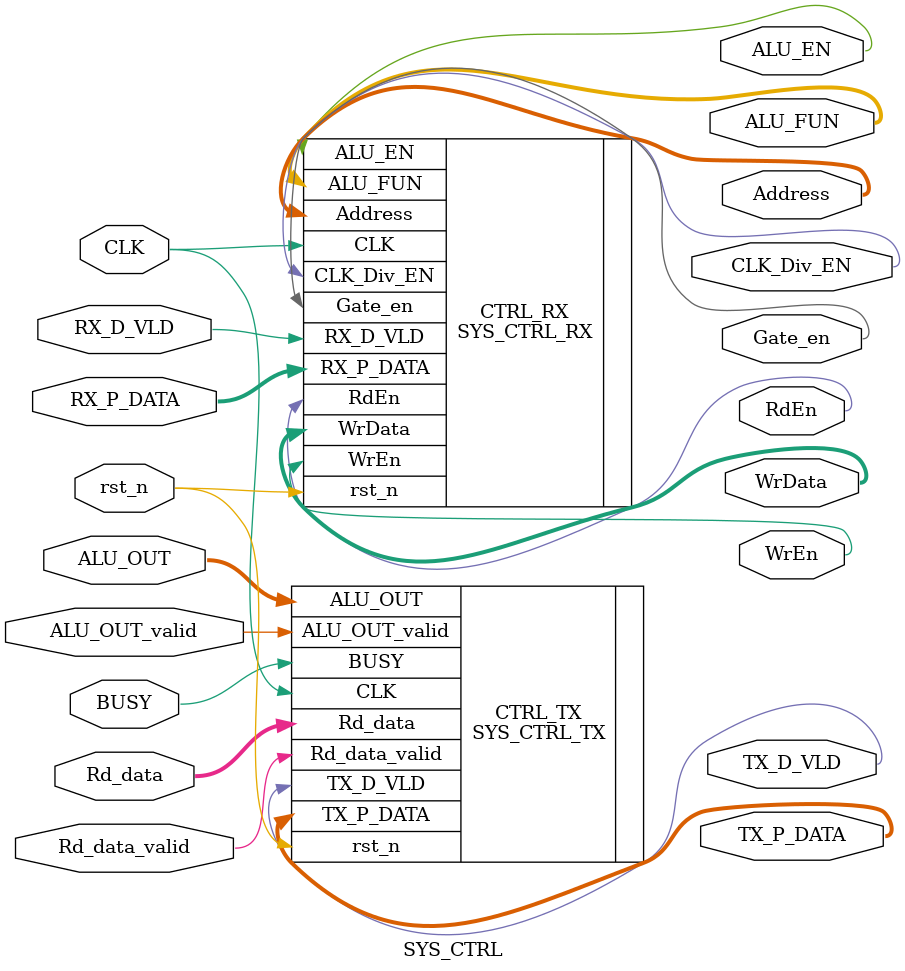
<source format=v>
module SYS_CTRL 
#(
	parameter RD_DATA_WIDTH = 8,
	parameter ALU_OUT_WIDTH = 16,
	parameter RX_FRAME_WIDTH = 8,
	parameter ADDRESS_SIZE = 4
)
(
	input  wire						 CLK,
	input  wire 					 rst_n,
	input  wire [RD_DATA_WIDTH-1:0]  Rd_data,
	input  wire 					 Rd_data_valid,
	input  wire [ALU_OUT_WIDTH-1:0]  ALU_OUT,
	input  wire 				     ALU_OUT_valid,
	input  wire 					 BUSY,
	input  wire [RX_FRAME_WIDTH-1:0] RX_P_DATA,
	input  wire 					 RX_D_VLD,
	output wire [RD_DATA_WIDTH-1:0]  TX_P_DATA,
	output wire 					 TX_D_VLD,
	output wire                      WrEn,
	output wire [RX_FRAME_WIDTH-1:0] WrData,
	output wire [ADDRESS_SIZE-1:0]   Address,
	output wire                      RdEn,
	output wire   				     Gate_en,
	output wire   				     CLK_Div_EN,
	output wire [ADDRESS_SIZE-1:0]   ALU_FUN,
	output wire 				     ALU_EN
);

SYS_CTRL_TX CTRL_TX 
(
	.CLK(CLK),
	.rst_n(rst_n),
	.Rd_data(Rd_data),
	.Rd_data_valid(Rd_data_valid),
	.ALU_OUT(ALU_OUT),
	.ALU_OUT_valid(ALU_OUT_valid),
	.BUSY(BUSY),
	.TX_P_DATA(TX_P_DATA),
	.TX_D_VLD(TX_D_VLD)
);

SYS_CTRL_RX CTRL_RX
(
	.CLK(CLK),
	.rst_n(rst_n),
	.RX_P_DATA(RX_P_DATA),
	.RX_D_VLD(RX_D_VLD),
	.WrEn(WrEn),
	.WrData(WrData),
	.Address(Address),
	.RdEn(RdEn),
	.Gate_en(Gate_en),
	.CLK_Div_EN(CLK_Div_EN),
	.ALU_FUN(ALU_FUN),
	.ALU_EN(ALU_EN)
);

endmodule
</source>
